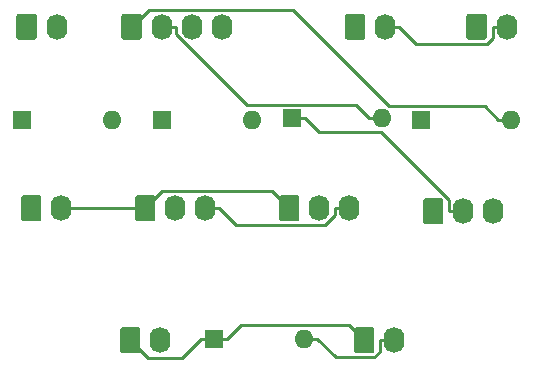
<source format=gbr>
G04 #@! TF.GenerationSoftware,KiCad,Pcbnew,(5.1.5-0-10_14)*
G04 #@! TF.CreationDate,2021-02-06T11:34:29+10:00*
G04 #@! TF.ProjectId,OH - Left Console 5 - Fuel Panel,4f48202d-204c-4656-9674-20436f6e736f,rev?*
G04 #@! TF.SameCoordinates,Original*
G04 #@! TF.FileFunction,Copper,L1,Top*
G04 #@! TF.FilePolarity,Positive*
%FSLAX46Y46*%
G04 Gerber Fmt 4.6, Leading zero omitted, Abs format (unit mm)*
G04 Created by KiCad (PCBNEW (5.1.5-0-10_14)) date 2021-02-06 11:34:29*
%MOMM*%
%LPD*%
G04 APERTURE LIST*
%ADD10O,1.740000X2.200000*%
%ADD11C,0.100000*%
%ADD12O,1.600000X1.600000*%
%ADD13R,1.600000X1.600000*%
%ADD14C,0.250000*%
G04 APERTURE END LIST*
D10*
X131572000Y-86487000D03*
G04 #@! TA.AperFunction,ComponentPad*
D11*
G36*
X129676505Y-85388204D02*
G01*
X129700773Y-85391804D01*
X129724572Y-85397765D01*
X129747671Y-85406030D01*
X129769850Y-85416520D01*
X129790893Y-85429132D01*
X129810599Y-85443747D01*
X129828777Y-85460223D01*
X129845253Y-85478401D01*
X129859868Y-85498107D01*
X129872480Y-85519150D01*
X129882970Y-85541329D01*
X129891235Y-85564428D01*
X129897196Y-85588227D01*
X129900796Y-85612495D01*
X129902000Y-85636999D01*
X129902000Y-87337001D01*
X129900796Y-87361505D01*
X129897196Y-87385773D01*
X129891235Y-87409572D01*
X129882970Y-87432671D01*
X129872480Y-87454850D01*
X129859868Y-87475893D01*
X129845253Y-87495599D01*
X129828777Y-87513777D01*
X129810599Y-87530253D01*
X129790893Y-87544868D01*
X129769850Y-87557480D01*
X129747671Y-87567970D01*
X129724572Y-87576235D01*
X129700773Y-87582196D01*
X129676505Y-87585796D01*
X129652001Y-87587000D01*
X128411999Y-87587000D01*
X128387495Y-87585796D01*
X128363227Y-87582196D01*
X128339428Y-87576235D01*
X128316329Y-87567970D01*
X128294150Y-87557480D01*
X128273107Y-87544868D01*
X128253401Y-87530253D01*
X128235223Y-87513777D01*
X128218747Y-87495599D01*
X128204132Y-87475893D01*
X128191520Y-87454850D01*
X128181030Y-87432671D01*
X128172765Y-87409572D01*
X128166804Y-87385773D01*
X128163204Y-87361505D01*
X128162000Y-87337001D01*
X128162000Y-85636999D01*
X128163204Y-85612495D01*
X128166804Y-85588227D01*
X128172765Y-85564428D01*
X128181030Y-85541329D01*
X128191520Y-85519150D01*
X128204132Y-85498107D01*
X128218747Y-85478401D01*
X128235223Y-85460223D01*
X128253401Y-85443747D01*
X128273107Y-85429132D01*
X128294150Y-85416520D01*
X128316329Y-85406030D01*
X128339428Y-85397765D01*
X128363227Y-85391804D01*
X128387495Y-85388204D01*
X128411999Y-85387000D01*
X129652001Y-85387000D01*
X129676505Y-85388204D01*
G37*
G04 #@! TD.AperFunction*
D10*
X111760000Y-86487000D03*
G04 #@! TA.AperFunction,ComponentPad*
D11*
G36*
X109864505Y-85388204D02*
G01*
X109888773Y-85391804D01*
X109912572Y-85397765D01*
X109935671Y-85406030D01*
X109957850Y-85416520D01*
X109978893Y-85429132D01*
X109998599Y-85443747D01*
X110016777Y-85460223D01*
X110033253Y-85478401D01*
X110047868Y-85498107D01*
X110060480Y-85519150D01*
X110070970Y-85541329D01*
X110079235Y-85564428D01*
X110085196Y-85588227D01*
X110088796Y-85612495D01*
X110090000Y-85636999D01*
X110090000Y-87337001D01*
X110088796Y-87361505D01*
X110085196Y-87385773D01*
X110079235Y-87409572D01*
X110070970Y-87432671D01*
X110060480Y-87454850D01*
X110047868Y-87475893D01*
X110033253Y-87495599D01*
X110016777Y-87513777D01*
X109998599Y-87530253D01*
X109978893Y-87544868D01*
X109957850Y-87557480D01*
X109935671Y-87567970D01*
X109912572Y-87576235D01*
X109888773Y-87582196D01*
X109864505Y-87585796D01*
X109840001Y-87587000D01*
X108599999Y-87587000D01*
X108575495Y-87585796D01*
X108551227Y-87582196D01*
X108527428Y-87576235D01*
X108504329Y-87567970D01*
X108482150Y-87557480D01*
X108461107Y-87544868D01*
X108441401Y-87530253D01*
X108423223Y-87513777D01*
X108406747Y-87495599D01*
X108392132Y-87475893D01*
X108379520Y-87454850D01*
X108369030Y-87432671D01*
X108360765Y-87409572D01*
X108354804Y-87385773D01*
X108351204Y-87361505D01*
X108350000Y-87337001D01*
X108350000Y-85636999D01*
X108351204Y-85612495D01*
X108354804Y-85588227D01*
X108360765Y-85564428D01*
X108369030Y-85541329D01*
X108379520Y-85519150D01*
X108392132Y-85498107D01*
X108406747Y-85478401D01*
X108423223Y-85460223D01*
X108441401Y-85443747D01*
X108461107Y-85429132D01*
X108482150Y-85416520D01*
X108504329Y-85406030D01*
X108527428Y-85397765D01*
X108551227Y-85391804D01*
X108575495Y-85388204D01*
X108599999Y-85387000D01*
X109840001Y-85387000D01*
X109864505Y-85388204D01*
G37*
G04 #@! TD.AperFunction*
D12*
X123952000Y-86360000D03*
D13*
X116332000Y-86360000D03*
D10*
X115570000Y-75311000D03*
X113030000Y-75311000D03*
G04 #@! TA.AperFunction,ComponentPad*
D11*
G36*
X111134505Y-74212204D02*
G01*
X111158773Y-74215804D01*
X111182572Y-74221765D01*
X111205671Y-74230030D01*
X111227850Y-74240520D01*
X111248893Y-74253132D01*
X111268599Y-74267747D01*
X111286777Y-74284223D01*
X111303253Y-74302401D01*
X111317868Y-74322107D01*
X111330480Y-74343150D01*
X111340970Y-74365329D01*
X111349235Y-74388428D01*
X111355196Y-74412227D01*
X111358796Y-74436495D01*
X111360000Y-74460999D01*
X111360000Y-76161001D01*
X111358796Y-76185505D01*
X111355196Y-76209773D01*
X111349235Y-76233572D01*
X111340970Y-76256671D01*
X111330480Y-76278850D01*
X111317868Y-76299893D01*
X111303253Y-76319599D01*
X111286777Y-76337777D01*
X111268599Y-76354253D01*
X111248893Y-76368868D01*
X111227850Y-76381480D01*
X111205671Y-76391970D01*
X111182572Y-76400235D01*
X111158773Y-76406196D01*
X111134505Y-76409796D01*
X111110001Y-76411000D01*
X109869999Y-76411000D01*
X109845495Y-76409796D01*
X109821227Y-76406196D01*
X109797428Y-76400235D01*
X109774329Y-76391970D01*
X109752150Y-76381480D01*
X109731107Y-76368868D01*
X109711401Y-76354253D01*
X109693223Y-76337777D01*
X109676747Y-76319599D01*
X109662132Y-76299893D01*
X109649520Y-76278850D01*
X109639030Y-76256671D01*
X109630765Y-76233572D01*
X109624804Y-76209773D01*
X109621204Y-76185505D01*
X109620000Y-76161001D01*
X109620000Y-74460999D01*
X109621204Y-74436495D01*
X109624804Y-74412227D01*
X109630765Y-74388428D01*
X109639030Y-74365329D01*
X109649520Y-74343150D01*
X109662132Y-74322107D01*
X109676747Y-74302401D01*
X109693223Y-74284223D01*
X109711401Y-74267747D01*
X109731107Y-74253132D01*
X109752150Y-74240520D01*
X109774329Y-74230030D01*
X109797428Y-74221765D01*
X109821227Y-74215804D01*
X109845495Y-74212204D01*
X109869999Y-74211000D01*
X111110001Y-74211000D01*
X111134505Y-74212204D01*
G37*
G04 #@! TD.AperFunction*
D10*
X139954000Y-75565000D03*
X137414000Y-75565000D03*
G04 #@! TA.AperFunction,ComponentPad*
D11*
G36*
X135518505Y-74466204D02*
G01*
X135542773Y-74469804D01*
X135566572Y-74475765D01*
X135589671Y-74484030D01*
X135611850Y-74494520D01*
X135632893Y-74507132D01*
X135652599Y-74521747D01*
X135670777Y-74538223D01*
X135687253Y-74556401D01*
X135701868Y-74576107D01*
X135714480Y-74597150D01*
X135724970Y-74619329D01*
X135733235Y-74642428D01*
X135739196Y-74666227D01*
X135742796Y-74690495D01*
X135744000Y-74714999D01*
X135744000Y-76415001D01*
X135742796Y-76439505D01*
X135739196Y-76463773D01*
X135733235Y-76487572D01*
X135724970Y-76510671D01*
X135714480Y-76532850D01*
X135701868Y-76553893D01*
X135687253Y-76573599D01*
X135670777Y-76591777D01*
X135652599Y-76608253D01*
X135632893Y-76622868D01*
X135611850Y-76635480D01*
X135589671Y-76645970D01*
X135566572Y-76654235D01*
X135542773Y-76660196D01*
X135518505Y-76663796D01*
X135494001Y-76665000D01*
X134253999Y-76665000D01*
X134229495Y-76663796D01*
X134205227Y-76660196D01*
X134181428Y-76654235D01*
X134158329Y-76645970D01*
X134136150Y-76635480D01*
X134115107Y-76622868D01*
X134095401Y-76608253D01*
X134077223Y-76591777D01*
X134060747Y-76573599D01*
X134046132Y-76553893D01*
X134033520Y-76532850D01*
X134023030Y-76510671D01*
X134014765Y-76487572D01*
X134008804Y-76463773D01*
X134005204Y-76439505D01*
X134004000Y-76415001D01*
X134004000Y-74714999D01*
X134005204Y-74690495D01*
X134008804Y-74666227D01*
X134014765Y-74642428D01*
X134023030Y-74619329D01*
X134033520Y-74597150D01*
X134046132Y-74576107D01*
X134060747Y-74556401D01*
X134077223Y-74538223D01*
X134095401Y-74521747D01*
X134115107Y-74507132D01*
X134136150Y-74494520D01*
X134158329Y-74484030D01*
X134181428Y-74475765D01*
X134205227Y-74469804D01*
X134229495Y-74466204D01*
X134253999Y-74465000D01*
X135494001Y-74465000D01*
X135518505Y-74466204D01*
G37*
G04 #@! TD.AperFunction*
D10*
X103378000Y-75311000D03*
G04 #@! TA.AperFunction,ComponentPad*
D11*
G36*
X101482505Y-74212204D02*
G01*
X101506773Y-74215804D01*
X101530572Y-74221765D01*
X101553671Y-74230030D01*
X101575850Y-74240520D01*
X101596893Y-74253132D01*
X101616599Y-74267747D01*
X101634777Y-74284223D01*
X101651253Y-74302401D01*
X101665868Y-74322107D01*
X101678480Y-74343150D01*
X101688970Y-74365329D01*
X101697235Y-74388428D01*
X101703196Y-74412227D01*
X101706796Y-74436495D01*
X101708000Y-74460999D01*
X101708000Y-76161001D01*
X101706796Y-76185505D01*
X101703196Y-76209773D01*
X101697235Y-76233572D01*
X101688970Y-76256671D01*
X101678480Y-76278850D01*
X101665868Y-76299893D01*
X101651253Y-76319599D01*
X101634777Y-76337777D01*
X101616599Y-76354253D01*
X101596893Y-76368868D01*
X101575850Y-76381480D01*
X101553671Y-76391970D01*
X101530572Y-76400235D01*
X101506773Y-76406196D01*
X101482505Y-76409796D01*
X101458001Y-76411000D01*
X100217999Y-76411000D01*
X100193495Y-76409796D01*
X100169227Y-76406196D01*
X100145428Y-76400235D01*
X100122329Y-76391970D01*
X100100150Y-76381480D01*
X100079107Y-76368868D01*
X100059401Y-76354253D01*
X100041223Y-76337777D01*
X100024747Y-76319599D01*
X100010132Y-76299893D01*
X99997520Y-76278850D01*
X99987030Y-76256671D01*
X99978765Y-76233572D01*
X99972804Y-76209773D01*
X99969204Y-76185505D01*
X99968000Y-76161001D01*
X99968000Y-74460999D01*
X99969204Y-74436495D01*
X99972804Y-74412227D01*
X99978765Y-74388428D01*
X99987030Y-74365329D01*
X99997520Y-74343150D01*
X100010132Y-74322107D01*
X100024747Y-74302401D01*
X100041223Y-74284223D01*
X100059401Y-74267747D01*
X100079107Y-74253132D01*
X100100150Y-74240520D01*
X100122329Y-74230030D01*
X100145428Y-74221765D01*
X100169227Y-74215804D01*
X100193495Y-74212204D01*
X100217999Y-74211000D01*
X101458001Y-74211000D01*
X101482505Y-74212204D01*
G37*
G04 #@! TD.AperFunction*
D10*
X127762000Y-75311000D03*
X125222000Y-75311000D03*
G04 #@! TA.AperFunction,ComponentPad*
D11*
G36*
X123326505Y-74212204D02*
G01*
X123350773Y-74215804D01*
X123374572Y-74221765D01*
X123397671Y-74230030D01*
X123419850Y-74240520D01*
X123440893Y-74253132D01*
X123460599Y-74267747D01*
X123478777Y-74284223D01*
X123495253Y-74302401D01*
X123509868Y-74322107D01*
X123522480Y-74343150D01*
X123532970Y-74365329D01*
X123541235Y-74388428D01*
X123547196Y-74412227D01*
X123550796Y-74436495D01*
X123552000Y-74460999D01*
X123552000Y-76161001D01*
X123550796Y-76185505D01*
X123547196Y-76209773D01*
X123541235Y-76233572D01*
X123532970Y-76256671D01*
X123522480Y-76278850D01*
X123509868Y-76299893D01*
X123495253Y-76319599D01*
X123478777Y-76337777D01*
X123460599Y-76354253D01*
X123440893Y-76368868D01*
X123419850Y-76381480D01*
X123397671Y-76391970D01*
X123374572Y-76400235D01*
X123350773Y-76406196D01*
X123326505Y-76409796D01*
X123302001Y-76411000D01*
X122061999Y-76411000D01*
X122037495Y-76409796D01*
X122013227Y-76406196D01*
X121989428Y-76400235D01*
X121966329Y-76391970D01*
X121944150Y-76381480D01*
X121923107Y-76368868D01*
X121903401Y-76354253D01*
X121885223Y-76337777D01*
X121868747Y-76319599D01*
X121854132Y-76299893D01*
X121841520Y-76278850D01*
X121831030Y-76256671D01*
X121822765Y-76233572D01*
X121816804Y-76209773D01*
X121813204Y-76185505D01*
X121812000Y-76161001D01*
X121812000Y-74460999D01*
X121813204Y-74436495D01*
X121816804Y-74412227D01*
X121822765Y-74388428D01*
X121831030Y-74365329D01*
X121841520Y-74343150D01*
X121854132Y-74322107D01*
X121868747Y-74302401D01*
X121885223Y-74284223D01*
X121903401Y-74267747D01*
X121923107Y-74253132D01*
X121944150Y-74240520D01*
X121966329Y-74230030D01*
X121989428Y-74221765D01*
X122013227Y-74215804D01*
X122037495Y-74212204D01*
X122061999Y-74211000D01*
X123302001Y-74211000D01*
X123326505Y-74212204D01*
G37*
G04 #@! TD.AperFunction*
D10*
X141097000Y-59944000D03*
G04 #@! TA.AperFunction,ComponentPad*
D11*
G36*
X139201505Y-58845204D02*
G01*
X139225773Y-58848804D01*
X139249572Y-58854765D01*
X139272671Y-58863030D01*
X139294850Y-58873520D01*
X139315893Y-58886132D01*
X139335599Y-58900747D01*
X139353777Y-58917223D01*
X139370253Y-58935401D01*
X139384868Y-58955107D01*
X139397480Y-58976150D01*
X139407970Y-58998329D01*
X139416235Y-59021428D01*
X139422196Y-59045227D01*
X139425796Y-59069495D01*
X139427000Y-59093999D01*
X139427000Y-60794001D01*
X139425796Y-60818505D01*
X139422196Y-60842773D01*
X139416235Y-60866572D01*
X139407970Y-60889671D01*
X139397480Y-60911850D01*
X139384868Y-60932893D01*
X139370253Y-60952599D01*
X139353777Y-60970777D01*
X139335599Y-60987253D01*
X139315893Y-61001868D01*
X139294850Y-61014480D01*
X139272671Y-61024970D01*
X139249572Y-61033235D01*
X139225773Y-61039196D01*
X139201505Y-61042796D01*
X139177001Y-61044000D01*
X137936999Y-61044000D01*
X137912495Y-61042796D01*
X137888227Y-61039196D01*
X137864428Y-61033235D01*
X137841329Y-61024970D01*
X137819150Y-61014480D01*
X137798107Y-61001868D01*
X137778401Y-60987253D01*
X137760223Y-60970777D01*
X137743747Y-60952599D01*
X137729132Y-60932893D01*
X137716520Y-60911850D01*
X137706030Y-60889671D01*
X137697765Y-60866572D01*
X137691804Y-60842773D01*
X137688204Y-60818505D01*
X137687000Y-60794001D01*
X137687000Y-59093999D01*
X137688204Y-59069495D01*
X137691804Y-59045227D01*
X137697765Y-59021428D01*
X137706030Y-58998329D01*
X137716520Y-58976150D01*
X137729132Y-58955107D01*
X137743747Y-58935401D01*
X137760223Y-58917223D01*
X137778401Y-58900747D01*
X137798107Y-58886132D01*
X137819150Y-58873520D01*
X137841329Y-58863030D01*
X137864428Y-58854765D01*
X137888227Y-58848804D01*
X137912495Y-58845204D01*
X137936999Y-58844000D01*
X139177001Y-58844000D01*
X139201505Y-58845204D01*
G37*
G04 #@! TD.AperFunction*
D10*
X130810000Y-59944000D03*
G04 #@! TA.AperFunction,ComponentPad*
D11*
G36*
X128914505Y-58845204D02*
G01*
X128938773Y-58848804D01*
X128962572Y-58854765D01*
X128985671Y-58863030D01*
X129007850Y-58873520D01*
X129028893Y-58886132D01*
X129048599Y-58900747D01*
X129066777Y-58917223D01*
X129083253Y-58935401D01*
X129097868Y-58955107D01*
X129110480Y-58976150D01*
X129120970Y-58998329D01*
X129129235Y-59021428D01*
X129135196Y-59045227D01*
X129138796Y-59069495D01*
X129140000Y-59093999D01*
X129140000Y-60794001D01*
X129138796Y-60818505D01*
X129135196Y-60842773D01*
X129129235Y-60866572D01*
X129120970Y-60889671D01*
X129110480Y-60911850D01*
X129097868Y-60932893D01*
X129083253Y-60952599D01*
X129066777Y-60970777D01*
X129048599Y-60987253D01*
X129028893Y-61001868D01*
X129007850Y-61014480D01*
X128985671Y-61024970D01*
X128962572Y-61033235D01*
X128938773Y-61039196D01*
X128914505Y-61042796D01*
X128890001Y-61044000D01*
X127649999Y-61044000D01*
X127625495Y-61042796D01*
X127601227Y-61039196D01*
X127577428Y-61033235D01*
X127554329Y-61024970D01*
X127532150Y-61014480D01*
X127511107Y-61001868D01*
X127491401Y-60987253D01*
X127473223Y-60970777D01*
X127456747Y-60952599D01*
X127442132Y-60932893D01*
X127429520Y-60911850D01*
X127419030Y-60889671D01*
X127410765Y-60866572D01*
X127404804Y-60842773D01*
X127401204Y-60818505D01*
X127400000Y-60794001D01*
X127400000Y-59093999D01*
X127401204Y-59069495D01*
X127404804Y-59045227D01*
X127410765Y-59021428D01*
X127419030Y-58998329D01*
X127429520Y-58976150D01*
X127442132Y-58955107D01*
X127456747Y-58935401D01*
X127473223Y-58917223D01*
X127491401Y-58900747D01*
X127511107Y-58886132D01*
X127532150Y-58873520D01*
X127554329Y-58863030D01*
X127577428Y-58854765D01*
X127601227Y-58848804D01*
X127625495Y-58845204D01*
X127649999Y-58844000D01*
X128890001Y-58844000D01*
X128914505Y-58845204D01*
G37*
G04 #@! TD.AperFunction*
D10*
X102997000Y-59944000D03*
G04 #@! TA.AperFunction,ComponentPad*
D11*
G36*
X101101505Y-58845204D02*
G01*
X101125773Y-58848804D01*
X101149572Y-58854765D01*
X101172671Y-58863030D01*
X101194850Y-58873520D01*
X101215893Y-58886132D01*
X101235599Y-58900747D01*
X101253777Y-58917223D01*
X101270253Y-58935401D01*
X101284868Y-58955107D01*
X101297480Y-58976150D01*
X101307970Y-58998329D01*
X101316235Y-59021428D01*
X101322196Y-59045227D01*
X101325796Y-59069495D01*
X101327000Y-59093999D01*
X101327000Y-60794001D01*
X101325796Y-60818505D01*
X101322196Y-60842773D01*
X101316235Y-60866572D01*
X101307970Y-60889671D01*
X101297480Y-60911850D01*
X101284868Y-60932893D01*
X101270253Y-60952599D01*
X101253777Y-60970777D01*
X101235599Y-60987253D01*
X101215893Y-61001868D01*
X101194850Y-61014480D01*
X101172671Y-61024970D01*
X101149572Y-61033235D01*
X101125773Y-61039196D01*
X101101505Y-61042796D01*
X101077001Y-61044000D01*
X99836999Y-61044000D01*
X99812495Y-61042796D01*
X99788227Y-61039196D01*
X99764428Y-61033235D01*
X99741329Y-61024970D01*
X99719150Y-61014480D01*
X99698107Y-61001868D01*
X99678401Y-60987253D01*
X99660223Y-60970777D01*
X99643747Y-60952599D01*
X99629132Y-60932893D01*
X99616520Y-60911850D01*
X99606030Y-60889671D01*
X99597765Y-60866572D01*
X99591804Y-60842773D01*
X99588204Y-60818505D01*
X99587000Y-60794001D01*
X99587000Y-59093999D01*
X99588204Y-59069495D01*
X99591804Y-59045227D01*
X99597765Y-59021428D01*
X99606030Y-58998329D01*
X99616520Y-58976150D01*
X99629132Y-58955107D01*
X99643747Y-58935401D01*
X99660223Y-58917223D01*
X99678401Y-58900747D01*
X99698107Y-58886132D01*
X99719150Y-58873520D01*
X99741329Y-58863030D01*
X99764428Y-58854765D01*
X99788227Y-58848804D01*
X99812495Y-58845204D01*
X99836999Y-58844000D01*
X101077001Y-58844000D01*
X101101505Y-58845204D01*
G37*
G04 #@! TD.AperFunction*
D10*
X116967000Y-59944000D03*
X114427000Y-59944000D03*
X111887000Y-59944000D03*
G04 #@! TA.AperFunction,ComponentPad*
D11*
G36*
X109991505Y-58845204D02*
G01*
X110015773Y-58848804D01*
X110039572Y-58854765D01*
X110062671Y-58863030D01*
X110084850Y-58873520D01*
X110105893Y-58886132D01*
X110125599Y-58900747D01*
X110143777Y-58917223D01*
X110160253Y-58935401D01*
X110174868Y-58955107D01*
X110187480Y-58976150D01*
X110197970Y-58998329D01*
X110206235Y-59021428D01*
X110212196Y-59045227D01*
X110215796Y-59069495D01*
X110217000Y-59093999D01*
X110217000Y-60794001D01*
X110215796Y-60818505D01*
X110212196Y-60842773D01*
X110206235Y-60866572D01*
X110197970Y-60889671D01*
X110187480Y-60911850D01*
X110174868Y-60932893D01*
X110160253Y-60952599D01*
X110143777Y-60970777D01*
X110125599Y-60987253D01*
X110105893Y-61001868D01*
X110084850Y-61014480D01*
X110062671Y-61024970D01*
X110039572Y-61033235D01*
X110015773Y-61039196D01*
X109991505Y-61042796D01*
X109967001Y-61044000D01*
X108726999Y-61044000D01*
X108702495Y-61042796D01*
X108678227Y-61039196D01*
X108654428Y-61033235D01*
X108631329Y-61024970D01*
X108609150Y-61014480D01*
X108588107Y-61001868D01*
X108568401Y-60987253D01*
X108550223Y-60970777D01*
X108533747Y-60952599D01*
X108519132Y-60932893D01*
X108506520Y-60911850D01*
X108496030Y-60889671D01*
X108487765Y-60866572D01*
X108481804Y-60842773D01*
X108478204Y-60818505D01*
X108477000Y-60794001D01*
X108477000Y-59093999D01*
X108478204Y-59069495D01*
X108481804Y-59045227D01*
X108487765Y-59021428D01*
X108496030Y-58998329D01*
X108506520Y-58976150D01*
X108519132Y-58955107D01*
X108533747Y-58935401D01*
X108550223Y-58917223D01*
X108568401Y-58900747D01*
X108588107Y-58886132D01*
X108609150Y-58873520D01*
X108631329Y-58863030D01*
X108654428Y-58854765D01*
X108678227Y-58848804D01*
X108702495Y-58845204D01*
X108726999Y-58844000D01*
X109967001Y-58844000D01*
X109991505Y-58845204D01*
G37*
G04 #@! TD.AperFunction*
D12*
X107696000Y-67818000D03*
D13*
X100076000Y-67818000D03*
D12*
X119507000Y-67818000D03*
D13*
X111887000Y-67818000D03*
D12*
X130556000Y-67691000D03*
D13*
X122936000Y-67691000D03*
D12*
X141478000Y-67818000D03*
D13*
X133858000Y-67818000D03*
D14*
X141478000Y-67818000D02*
X140352700Y-67818000D01*
X109347000Y-59944000D02*
X110774300Y-58516700D01*
X110774300Y-58516700D02*
X122973300Y-58516700D01*
X122973300Y-58516700D02*
X131149300Y-66692700D01*
X131149300Y-66692700D02*
X139227400Y-66692700D01*
X139227400Y-66692700D02*
X140352700Y-67818000D01*
X130556000Y-67691000D02*
X129430700Y-67691000D01*
X111887000Y-59944000D02*
X113082300Y-59944000D01*
X113082300Y-59944000D02*
X113082300Y-60541600D01*
X113082300Y-60541600D02*
X119106400Y-66565700D01*
X119106400Y-66565700D02*
X128305400Y-66565700D01*
X128305400Y-66565700D02*
X129430700Y-67691000D01*
X122936000Y-67691000D02*
X124061300Y-67691000D01*
X137414000Y-75565000D02*
X136218700Y-75565000D01*
X136218700Y-75565000D02*
X136218700Y-74593800D01*
X136218700Y-74593800D02*
X130441200Y-68816300D01*
X130441200Y-68816300D02*
X125186600Y-68816300D01*
X125186600Y-68816300D02*
X124061300Y-67691000D01*
X115570000Y-75311000D02*
X116765300Y-75311000D01*
X127762000Y-75311000D02*
X126566700Y-75311000D01*
X126566700Y-75311000D02*
X126566700Y-75908600D01*
X126566700Y-75908600D02*
X125736200Y-76739100D01*
X125736200Y-76739100D02*
X118193400Y-76739100D01*
X118193400Y-76739100D02*
X116765300Y-75311000D01*
X122682000Y-75311000D02*
X121248600Y-73877600D01*
X121248600Y-73877600D02*
X111923400Y-73877600D01*
X111923400Y-73877600D02*
X110490000Y-75311000D01*
X110490000Y-75311000D02*
X104573300Y-75311000D01*
X103378000Y-75311000D02*
X104573300Y-75311000D01*
X141097000Y-59944000D02*
X139901700Y-59944000D01*
X130810000Y-59944000D02*
X132005300Y-59944000D01*
X132005300Y-59944000D02*
X133438500Y-61377200D01*
X133438500Y-61377200D02*
X139439700Y-61377200D01*
X139439700Y-61377200D02*
X139901700Y-60915200D01*
X139901700Y-60915200D02*
X139901700Y-59944000D01*
X131572000Y-86487000D02*
X130376700Y-86487000D01*
X123952000Y-86360000D02*
X125077300Y-86360000D01*
X125077300Y-86360000D02*
X126664800Y-87947500D01*
X126664800Y-87947500D02*
X129887400Y-87947500D01*
X129887400Y-87947500D02*
X130376700Y-87458200D01*
X130376700Y-87458200D02*
X130376700Y-86487000D01*
X116332000Y-86360000D02*
X117457300Y-86360000D01*
X117457300Y-86360000D02*
X118598200Y-85219100D01*
X118598200Y-85219100D02*
X127764100Y-85219100D01*
X127764100Y-85219100D02*
X129032000Y-86487000D01*
X115769400Y-86360000D02*
X116332000Y-86360000D01*
X115769400Y-86360000D02*
X115206700Y-86360000D01*
X115206700Y-86360000D02*
X113596500Y-87970200D01*
X113596500Y-87970200D02*
X110703200Y-87970200D01*
X110703200Y-87970200D02*
X109220000Y-86487000D01*
M02*

</source>
